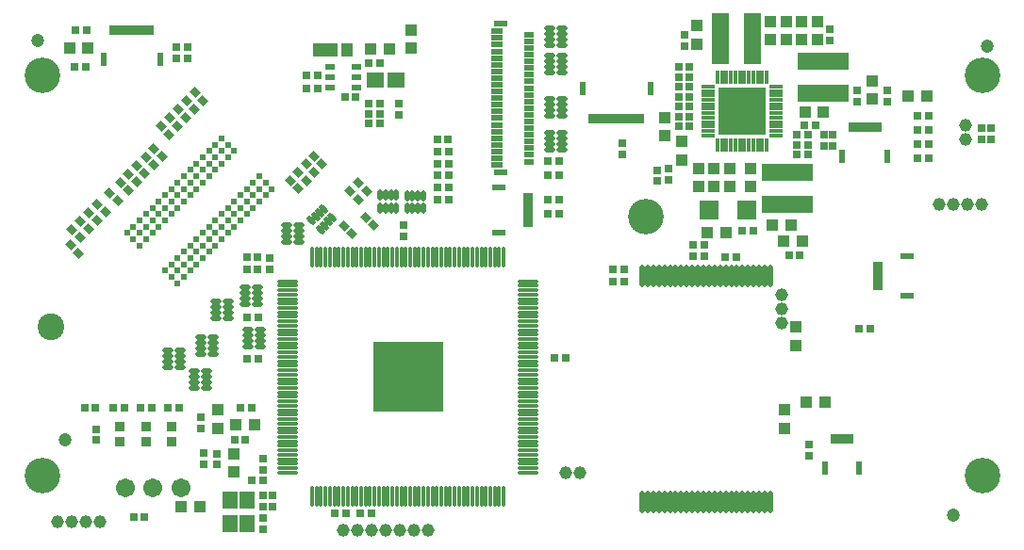
<source format=gts>
G04 Layer_Color=8388736*
%FSLAX25Y25*%
%MOIN*%
G70*
G01*
G75*
%ADD116C,0.09449*%
%ADD117O,0.03900X0.02000*%
%ADD118O,0.02000X0.03900*%
G04:AMPARAMS|DCode=119|XSize=39mil|YSize=20mil|CornerRadius=0mil|HoleSize=0mil|Usage=FLASHONLY|Rotation=315.000|XOffset=0mil|YOffset=0mil|HoleType=Round|Shape=Round|*
%AMOVALD119*
21,1,0.01900,0.02000,0.00000,0.00000,315.0*
1,1,0.02000,-0.00672,0.00672*
1,1,0.02000,0.00672,-0.00672*
%
%ADD119OVALD119*%

%ADD120R,0.05918X0.18123*%
%ADD121R,0.04343X0.04343*%
%ADD122C,0.04737*%
%ADD123R,0.02769X0.03162*%
%ADD124R,0.18123X0.05918*%
%ADD125R,0.04343X0.04343*%
%ADD126R,0.03162X0.02769*%
G04:AMPARAMS|DCode=127|XSize=27.69mil|YSize=31.62mil|CornerRadius=0mil|HoleSize=0mil|Usage=FLASHONLY|Rotation=45.000|XOffset=0mil|YOffset=0mil|HoleType=Round|Shape=Rectangle|*
%AMROTATEDRECTD127*
4,1,4,0.00139,-0.02097,-0.02097,0.00139,-0.00139,0.02097,0.02097,-0.00139,0.00139,-0.02097,0.0*
%
%ADD127ROTATEDRECTD127*%

%ADD128R,0.01981X0.04737*%
%ADD129R,0.01981X0.03556*%
%ADD130R,0.03800X0.03800*%
%ADD131R,0.05918X0.05721*%
%ADD132R,0.04737X0.01981*%
%ADD133R,0.03556X0.01981*%
%ADD134R,0.03950X0.01981*%
%ADD135R,0.03359X0.01981*%
%ADD136R,0.04540X0.02375*%
%ADD137O,0.07296X0.01587*%
%ADD138O,0.01587X0.07296*%
%ADD139R,0.03556X0.02375*%
%ADD140C,0.02375*%
%ADD141O,0.01883X0.07800*%
%ADD142R,0.05524X0.06312*%
%ADD143R,0.06784X0.07099*%
%ADD144O,0.01587X0.04737*%
%ADD145O,0.04737X0.01587*%
%ADD146R,0.03950X0.05131*%
%ADD147R,0.08674X0.05131*%
%ADD148C,0.05524*%
%ADD149R,0.02965X0.02572*%
%ADD150C,0.12611*%
%ADD151C,0.04540*%
G04:AMPARAMS|DCode=152|XSize=244.22mil|YSize=244.22mil|CornerRadius=0mil|HoleSize=0mil|Usage=FLASHONLY|Rotation=0.000|XOffset=0mil|YOffset=0mil|HoleType=Round|Shape=RoundedRectangle|*
%AMROUNDEDRECTD152*
21,1,0.24422,0.24422,0,0,0.0*
21,1,0.24422,0.24422,0,0,0.0*
1,1,0.00000,0.12211,-0.12211*
1,1,0.00000,-0.12211,-0.12211*
1,1,0.00000,-0.12211,0.12211*
1,1,0.00000,0.12211,0.12211*
%
%ADD152ROUNDEDRECTD152*%
%ADD153C,0.06706*%
%ADD154R,0.16548X0.16548*%
D116*
X10000Y-108315D02*
D03*
D117*
X93536Y-72300D02*
D03*
Y-74269D02*
D03*
Y-76237D02*
D03*
Y-78206D02*
D03*
X97984D02*
D03*
Y-76237D02*
D03*
Y-74269D02*
D03*
Y-72300D02*
D03*
X68336Y-99300D02*
D03*
Y-101269D02*
D03*
Y-103237D02*
D03*
Y-105207D02*
D03*
X72784D02*
D03*
Y-103237D02*
D03*
Y-101269D02*
D03*
Y-99300D02*
D03*
X84293Y-109289D02*
D03*
Y-111258D02*
D03*
Y-113225D02*
D03*
Y-115194D02*
D03*
X79845D02*
D03*
Y-113225D02*
D03*
Y-111258D02*
D03*
Y-109289D02*
D03*
X63199Y-111843D02*
D03*
Y-113812D02*
D03*
Y-115779D02*
D03*
Y-117748D02*
D03*
X67647D02*
D03*
Y-115779D02*
D03*
Y-113812D02*
D03*
Y-111843D02*
D03*
X55984Y-116700D02*
D03*
Y-118669D02*
D03*
Y-120638D02*
D03*
Y-122607D02*
D03*
X51536D02*
D03*
Y-120638D02*
D03*
Y-118669D02*
D03*
Y-116700D02*
D03*
X60736Y-124001D02*
D03*
Y-125970D02*
D03*
Y-127937D02*
D03*
Y-129906D02*
D03*
X65184D02*
D03*
Y-127937D02*
D03*
Y-125970D02*
D03*
Y-124001D02*
D03*
X186512Y-18116D02*
D03*
Y-16147D02*
D03*
Y-14179D02*
D03*
Y-12210D02*
D03*
X190960D02*
D03*
Y-14179D02*
D03*
Y-16147D02*
D03*
Y-18116D02*
D03*
X83284Y-94200D02*
D03*
Y-96170D02*
D03*
Y-98137D02*
D03*
Y-100107D02*
D03*
X78836D02*
D03*
Y-98137D02*
D03*
Y-96170D02*
D03*
Y-94200D02*
D03*
X190960Y-8516D02*
D03*
Y-6547D02*
D03*
Y-4579D02*
D03*
Y-2610D02*
D03*
X186512D02*
D03*
Y-4579D02*
D03*
Y-6547D02*
D03*
Y-8516D02*
D03*
Y-33416D02*
D03*
Y-31447D02*
D03*
Y-29479D02*
D03*
Y-27510D02*
D03*
X190960D02*
D03*
Y-29479D02*
D03*
Y-31447D02*
D03*
Y-33416D02*
D03*
Y-45616D02*
D03*
Y-43647D02*
D03*
Y-41679D02*
D03*
Y-39710D02*
D03*
X186512D02*
D03*
Y-41679D02*
D03*
Y-43647D02*
D03*
Y-45616D02*
D03*
D118*
X141912Y-61932D02*
D03*
X139943D02*
D03*
X137975D02*
D03*
X136006D02*
D03*
Y-66379D02*
D03*
X137975D02*
D03*
X139943D02*
D03*
X141912D02*
D03*
X132311Y-66079D02*
D03*
X130342D02*
D03*
X128374D02*
D03*
X126405D02*
D03*
Y-61630D02*
D03*
X128374D02*
D03*
X130342D02*
D03*
X132311D02*
D03*
D119*
X106475Y-66493D02*
D03*
X105083Y-67886D02*
D03*
X103691Y-69277D02*
D03*
X102299Y-70670D02*
D03*
X105444Y-73815D02*
D03*
X106836Y-72423D02*
D03*
X108228Y-71031D02*
D03*
X109620Y-69639D02*
D03*
D120*
X258209Y-6315D02*
D03*
X246791D02*
D03*
D121*
X269500Y-137565D02*
D03*
Y-144065D02*
D03*
X273457Y-114722D02*
D03*
Y-108222D02*
D03*
X137500Y-3065D02*
D03*
Y-9565D02*
D03*
X300500Y-27565D02*
D03*
Y-21065D02*
D03*
X69037Y-137713D02*
D03*
Y-144213D02*
D03*
X257500Y-52065D02*
D03*
Y-58565D02*
D03*
X74737Y-153213D02*
D03*
Y-159713D02*
D03*
X239000Y-58565D02*
D03*
Y-52065D02*
D03*
X233000Y-42565D02*
D03*
Y-49065D02*
D03*
X227000Y-40565D02*
D03*
Y-34065D02*
D03*
X264500Y-65D02*
D03*
Y-6565D02*
D03*
X270000D02*
D03*
Y-65D02*
D03*
X250000Y-52065D02*
D03*
Y-58565D02*
D03*
X238500Y-8065D02*
D03*
Y-1565D02*
D03*
X244500Y-58565D02*
D03*
Y-52065D02*
D03*
X275500Y-65D02*
D03*
Y-6565D02*
D03*
X281000D02*
D03*
Y-65D02*
D03*
D122*
X341000Y-8815D02*
D03*
X329000Y-174815D02*
D03*
X15000Y-148315D02*
D03*
X5500Y-6815D02*
D03*
D123*
X133000Y-29346D02*
D03*
Y-33283D02*
D03*
X283500Y-40346D02*
D03*
Y-44284D02*
D03*
X286500D02*
D03*
Y-40346D02*
D03*
X241000Y-79347D02*
D03*
Y-83284D02*
D03*
X295000Y-24453D02*
D03*
Y-28390D02*
D03*
X212000Y-47284D02*
D03*
Y-43347D02*
D03*
X63137Y-144132D02*
D03*
Y-140194D02*
D03*
X234000Y-8783D02*
D03*
Y-4846D02*
D03*
X228500Y-56283D02*
D03*
Y-52346D02*
D03*
X88500Y-167847D02*
D03*
Y-171783D02*
D03*
X87619Y-87750D02*
D03*
Y-83813D02*
D03*
X305937Y-28390D02*
D03*
Y-24453D02*
D03*
X134959Y-72285D02*
D03*
Y-76222D02*
D03*
X85000Y-179783D02*
D03*
Y-175847D02*
D03*
X85000Y-171783D02*
D03*
Y-167847D02*
D03*
X68737Y-157032D02*
D03*
Y-153094D02*
D03*
X85137Y-158932D02*
D03*
Y-154994D02*
D03*
X64137Y-156931D02*
D03*
Y-152995D02*
D03*
X285500Y-6784D02*
D03*
Y-2847D02*
D03*
X339000Y-41783D02*
D03*
Y-37846D02*
D03*
X342500Y-41783D02*
D03*
Y-37846D02*
D03*
X278000Y-149878D02*
D03*
Y-153815D02*
D03*
X237000Y-79347D02*
D03*
Y-83284D02*
D03*
D124*
X283000Y-25524D02*
D03*
Y-14106D02*
D03*
X270500Y-53606D02*
D03*
Y-65024D02*
D03*
D125*
X56250Y-171815D02*
D03*
X62750D02*
D03*
X265250Y-72315D02*
D03*
X271750D02*
D03*
X319687Y-26563D02*
D03*
X313187D02*
D03*
X269250Y-77815D02*
D03*
X275750D02*
D03*
X16687Y-9563D02*
D03*
X23187D02*
D03*
X283250Y-32315D02*
D03*
X276750D02*
D03*
X82087Y-142763D02*
D03*
X75587D02*
D03*
X129750Y-9815D02*
D03*
X123250D02*
D03*
X283707Y-134972D02*
D03*
X277207D02*
D03*
X242250Y-74815D02*
D03*
X248750D02*
D03*
D126*
X252425Y-83472D02*
D03*
X248488D02*
D03*
X22906Y-3063D02*
D03*
X18969D02*
D03*
X271031Y-82815D02*
D03*
X274969D02*
D03*
X295988Y-108972D02*
D03*
X299925D02*
D03*
X39369Y-175463D02*
D03*
X43306D02*
D03*
X316469Y-48563D02*
D03*
X320406D02*
D03*
Y-43563D02*
D03*
X316469D02*
D03*
X235968Y-37315D02*
D03*
X232031D02*
D03*
X235968Y-33815D02*
D03*
X232031D02*
D03*
X276532Y-36815D02*
D03*
X280469D02*
D03*
X58469Y-13315D02*
D03*
X54532D02*
D03*
Y-9315D02*
D03*
X58469D02*
D03*
X81169Y-162663D02*
D03*
X85106D02*
D03*
X273738Y-40315D02*
D03*
X277675D02*
D03*
Y-47315D02*
D03*
X273738D02*
D03*
X25969Y-136815D02*
D03*
X22031D02*
D03*
X316469Y-38563D02*
D03*
X320406D02*
D03*
X208869Y-87763D02*
D03*
X212806D02*
D03*
X320406Y-33563D02*
D03*
X316469D02*
D03*
X122531Y-32815D02*
D03*
X126469D02*
D03*
X122531Y-36315D02*
D03*
X126469D02*
D03*
X104469Y-23815D02*
D03*
X100531D02*
D03*
X185768Y-68363D02*
D03*
X189706D02*
D03*
X104469Y-19315D02*
D03*
X100531D02*
D03*
X189706Y-63363D02*
D03*
X185768D02*
D03*
X79351Y-87780D02*
D03*
X83288D02*
D03*
X83287Y-83479D02*
D03*
X79350D02*
D03*
X185768Y-49663D02*
D03*
X189706D02*
D03*
X185768Y-54463D02*
D03*
X189706D02*
D03*
X146683Y-42018D02*
D03*
X150620D02*
D03*
X146828Y-54558D02*
D03*
X150765D02*
D03*
X150727Y-63153D02*
D03*
X146790D02*
D03*
X78969Y-148315D02*
D03*
X75032D02*
D03*
X212806Y-92363D02*
D03*
X208869D02*
D03*
X122531Y-14815D02*
D03*
X126469D02*
D03*
X114032Y-26815D02*
D03*
X117968D02*
D03*
X22406Y-16063D02*
D03*
X18469D02*
D03*
X150727Y-58754D02*
D03*
X146790D02*
D03*
X123468Y-174315D02*
D03*
X119532D02*
D03*
X79618Y-104829D02*
D03*
X83555D02*
D03*
X83553Y-119545D02*
D03*
X79616D02*
D03*
X232031Y-30315D02*
D03*
X235968D02*
D03*
X232031Y-26815D02*
D03*
X235968D02*
D03*
X232031Y-16315D02*
D03*
X235968D02*
D03*
X192206Y-119363D02*
D03*
X188268D02*
D03*
X273738Y-43815D02*
D03*
X277675D02*
D03*
X232031Y-19815D02*
D03*
X235968D02*
D03*
X150765Y-50507D02*
D03*
X146828D02*
D03*
X146735Y-46141D02*
D03*
X150672D02*
D03*
X77069Y-136763D02*
D03*
X81006D02*
D03*
X110531Y-174314D02*
D03*
X114469D02*
D03*
X45781Y-136815D02*
D03*
X41844D02*
D03*
X32156D02*
D03*
X36093D02*
D03*
X51531D02*
D03*
X55468D02*
D03*
X258469Y-74315D02*
D03*
X254532D02*
D03*
X235968Y-23315D02*
D03*
X232031D02*
D03*
X126469Y-29315D02*
D03*
X122531D02*
D03*
D127*
X30967Y-60761D02*
D03*
X33751Y-63545D02*
D03*
X103067Y-47762D02*
D03*
X105851Y-50545D02*
D03*
X103151Y-53446D02*
D03*
X100367Y-50662D02*
D03*
X97567Y-53662D02*
D03*
X100351Y-56445D02*
D03*
X97451Y-59246D02*
D03*
X94667Y-56462D02*
D03*
X115967Y-60362D02*
D03*
X118751Y-63146D02*
D03*
X121751Y-60145D02*
D03*
X118967Y-57362D02*
D03*
X46567Y-45062D02*
D03*
X49351Y-47845D02*
D03*
X37567Y-54062D02*
D03*
X40351Y-56845D02*
D03*
X49067Y-37361D02*
D03*
X51851Y-40145D02*
D03*
X54851Y-37145D02*
D03*
X52067Y-34361D02*
D03*
X55067Y-31361D02*
D03*
X57851Y-34145D02*
D03*
X60851Y-31145D02*
D03*
X58067Y-28361D02*
D03*
X61067Y-25361D02*
D03*
X63851Y-28145D02*
D03*
X124251Y-72245D02*
D03*
X121467Y-69462D02*
D03*
X113769Y-72565D02*
D03*
X116553Y-75349D02*
D03*
X43667Y-48062D02*
D03*
X46451Y-50845D02*
D03*
X43151Y-53845D02*
D03*
X40367Y-51061D02*
D03*
X19851Y-82145D02*
D03*
X17067Y-79361D02*
D03*
X17567Y-73861D02*
D03*
X20351Y-76645D02*
D03*
X23351Y-73645D02*
D03*
X20567Y-70862D02*
D03*
X23567Y-67861D02*
D03*
X26351Y-70645D02*
D03*
X29351Y-67645D02*
D03*
X26567Y-64862D02*
D03*
X37451Y-59846D02*
D03*
X34667Y-57062D02*
D03*
D128*
X305965Y-48031D02*
D03*
X289902D02*
D03*
X295827Y-158268D02*
D03*
X283701D02*
D03*
X222008Y-24016D02*
D03*
X198071D02*
D03*
X28681Y-13504D02*
D03*
X48681D02*
D03*
D129*
X302854Y-37598D02*
D03*
X300886D02*
D03*
X298917D02*
D03*
X296949D02*
D03*
X294980D02*
D03*
X293012D02*
D03*
X292717Y-147835D02*
D03*
X290748D02*
D03*
X288779D02*
D03*
X286811D02*
D03*
X218898Y-34449D02*
D03*
X216929D02*
D03*
X214961D02*
D03*
X212992D02*
D03*
X211024D02*
D03*
X209055D02*
D03*
X207087D02*
D03*
X205118D02*
D03*
X203150Y-34449D02*
D03*
X201181Y-34449D02*
D03*
X31791Y-3071D02*
D03*
X33760D02*
D03*
X35728D02*
D03*
X37697D02*
D03*
X39665D02*
D03*
X41634D02*
D03*
X43602D02*
D03*
X45571D02*
D03*
D130*
X52937Y-148913D02*
D03*
Y-143413D02*
D03*
X34437Y-148913D02*
D03*
Y-143413D02*
D03*
X43737Y-148913D02*
D03*
Y-143413D02*
D03*
D131*
X124760Y-20815D02*
D03*
X132240D02*
D03*
D132*
X168377Y-74961D02*
D03*
Y-58898D02*
D03*
X312876Y-83110D02*
D03*
Y-97204D02*
D03*
D133*
X178810Y-71850D02*
D03*
Y-69882D02*
D03*
Y-67913D02*
D03*
Y-65945D02*
D03*
Y-63976D02*
D03*
Y-62008D02*
D03*
X302443Y-86220D02*
D03*
Y-88188D02*
D03*
Y-90157D02*
D03*
Y-92125D02*
D03*
Y-94094D02*
D03*
D134*
X167934Y-3661D02*
D03*
Y-6024D02*
D03*
Y-8386D02*
D03*
Y-10748D02*
D03*
Y-13110D02*
D03*
Y-15472D02*
D03*
Y-17835D02*
D03*
Y-20197D02*
D03*
Y-22559D02*
D03*
Y-24921D02*
D03*
Y-27283D02*
D03*
Y-29646D02*
D03*
Y-32008D02*
D03*
Y-34370D02*
D03*
Y-36732D02*
D03*
Y-39094D02*
D03*
Y-41457D02*
D03*
Y-43819D02*
D03*
Y-46181D02*
D03*
Y-48543D02*
D03*
Y-50906D02*
D03*
D135*
X179253Y-4843D02*
D03*
Y-7205D02*
D03*
Y-9567D02*
D03*
Y-11929D02*
D03*
Y-14291D02*
D03*
Y-16654D02*
D03*
Y-19016D02*
D03*
Y-21378D02*
D03*
Y-23740D02*
D03*
Y-26102D02*
D03*
Y-28465D02*
D03*
Y-30827D02*
D03*
Y-33189D02*
D03*
Y-35551D02*
D03*
Y-37913D02*
D03*
Y-40276D02*
D03*
Y-42638D02*
D03*
Y-45000D02*
D03*
Y-47362D02*
D03*
Y-49724D02*
D03*
D136*
X169017Y-905D02*
D03*
Y-53661D02*
D03*
D137*
X178780Y-92096D02*
D03*
Y-93670D02*
D03*
Y-95244D02*
D03*
Y-96820D02*
D03*
Y-98395D02*
D03*
Y-99970D02*
D03*
Y-101544D02*
D03*
Y-103119D02*
D03*
Y-104693D02*
D03*
Y-106269D02*
D03*
Y-107843D02*
D03*
Y-109418D02*
D03*
Y-110993D02*
D03*
Y-112567D02*
D03*
Y-114143D02*
D03*
Y-115717D02*
D03*
Y-117292D02*
D03*
Y-118867D02*
D03*
Y-120441D02*
D03*
Y-122017D02*
D03*
Y-123591D02*
D03*
Y-125166D02*
D03*
Y-126741D02*
D03*
Y-128315D02*
D03*
Y-129891D02*
D03*
Y-131465D02*
D03*
Y-133040D02*
D03*
Y-134615D02*
D03*
Y-136189D02*
D03*
Y-137765D02*
D03*
Y-139339D02*
D03*
Y-140914D02*
D03*
Y-142489D02*
D03*
Y-144063D02*
D03*
Y-145639D02*
D03*
Y-147213D02*
D03*
Y-148788D02*
D03*
Y-150363D02*
D03*
Y-151937D02*
D03*
Y-153513D02*
D03*
Y-155087D02*
D03*
Y-156662D02*
D03*
Y-158237D02*
D03*
Y-159811D02*
D03*
X93938D02*
D03*
Y-158237D02*
D03*
Y-156662D02*
D03*
Y-155087D02*
D03*
Y-153513D02*
D03*
Y-151937D02*
D03*
Y-150363D02*
D03*
Y-148788D02*
D03*
Y-147213D02*
D03*
Y-145639D02*
D03*
Y-144063D02*
D03*
Y-142489D02*
D03*
Y-140914D02*
D03*
Y-139339D02*
D03*
Y-137765D02*
D03*
Y-136189D02*
D03*
Y-134615D02*
D03*
Y-133040D02*
D03*
Y-131465D02*
D03*
Y-129891D02*
D03*
Y-128315D02*
D03*
Y-126741D02*
D03*
Y-125166D02*
D03*
Y-123591D02*
D03*
Y-122017D02*
D03*
Y-120441D02*
D03*
Y-118867D02*
D03*
Y-117292D02*
D03*
Y-115717D02*
D03*
Y-114143D02*
D03*
Y-112567D02*
D03*
Y-110993D02*
D03*
Y-109418D02*
D03*
Y-107843D02*
D03*
Y-106269D02*
D03*
Y-104693D02*
D03*
Y-103119D02*
D03*
Y-101544D02*
D03*
Y-99970D02*
D03*
Y-98395D02*
D03*
Y-96820D02*
D03*
Y-95244D02*
D03*
Y-93670D02*
D03*
Y-92096D02*
D03*
D138*
X170217Y-168375D02*
D03*
X168642D02*
D03*
X167068D02*
D03*
X165493D02*
D03*
X163918D02*
D03*
X162343D02*
D03*
X160768D02*
D03*
X159194D02*
D03*
X157619D02*
D03*
X156044D02*
D03*
X154469D02*
D03*
X152894D02*
D03*
X151320D02*
D03*
X149745D02*
D03*
X148170D02*
D03*
X146595D02*
D03*
X145020D02*
D03*
X143446D02*
D03*
X141871D02*
D03*
X140296D02*
D03*
X138721D02*
D03*
X137146D02*
D03*
X135572D02*
D03*
X133997D02*
D03*
X132422D02*
D03*
X130847D02*
D03*
X129272D02*
D03*
X127698D02*
D03*
X126123D02*
D03*
X124548D02*
D03*
X122973D02*
D03*
X121398D02*
D03*
X119824D02*
D03*
X118249D02*
D03*
X116674D02*
D03*
X115099D02*
D03*
X113524D02*
D03*
X111950D02*
D03*
X110375D02*
D03*
X108800D02*
D03*
X107225D02*
D03*
X105650D02*
D03*
X104076D02*
D03*
X102501D02*
D03*
Y-83533D02*
D03*
X104076D02*
D03*
X105650D02*
D03*
X107225D02*
D03*
X108800D02*
D03*
X110375D02*
D03*
X111950D02*
D03*
X113524D02*
D03*
X115099D02*
D03*
X116674D02*
D03*
X118249D02*
D03*
X119824D02*
D03*
X121398D02*
D03*
X122973D02*
D03*
X124548D02*
D03*
X126123D02*
D03*
X127698D02*
D03*
X129272D02*
D03*
X130847D02*
D03*
X132422D02*
D03*
X133997D02*
D03*
X135572D02*
D03*
X137146D02*
D03*
X138721D02*
D03*
X140296D02*
D03*
X141871D02*
D03*
X143446D02*
D03*
X145020D02*
D03*
X146595D02*
D03*
X148170D02*
D03*
X149745D02*
D03*
X151320D02*
D03*
X152894D02*
D03*
X154469D02*
D03*
X156044D02*
D03*
X157619D02*
D03*
X159194D02*
D03*
X160768D02*
D03*
X162343D02*
D03*
X163918D02*
D03*
X165493D02*
D03*
X167068D02*
D03*
X168642D02*
D03*
X170217D02*
D03*
D139*
X118028Y-16075D02*
D03*
Y-19815D02*
D03*
Y-23555D02*
D03*
X108972D02*
D03*
Y-19815D02*
D03*
Y-16075D02*
D03*
D140*
X54901Y-92801D02*
D03*
X52674Y-90575D02*
D03*
X50447Y-88348D02*
D03*
X41539Y-79440D02*
D03*
X39311Y-77213D02*
D03*
X37085Y-74985D02*
D03*
X57128Y-90575D02*
D03*
X54902Y-88348D02*
D03*
X52674Y-86120D02*
D03*
X43766Y-77213D02*
D03*
X41539Y-74985D02*
D03*
X39312Y-72759D02*
D03*
X59355Y-88348D02*
D03*
X57128Y-86121D02*
D03*
X54901Y-83894D02*
D03*
X45993Y-74985D02*
D03*
X43765Y-72759D02*
D03*
X41539Y-70531D02*
D03*
X61582Y-86120D02*
D03*
X59356Y-83894D02*
D03*
X57128Y-81666D02*
D03*
X48220Y-72759D02*
D03*
X45993Y-70530D02*
D03*
X43766Y-68305D02*
D03*
X63809Y-83894D02*
D03*
X61582Y-81668D02*
D03*
X59355Y-79440D02*
D03*
X50447Y-70531D02*
D03*
X48219Y-68305D02*
D03*
X45993Y-66078D02*
D03*
X66036Y-81666D02*
D03*
X63810Y-79440D02*
D03*
X61582Y-77213D02*
D03*
X52674Y-68305D02*
D03*
X50447Y-66076D02*
D03*
X48220Y-63850D02*
D03*
X68264Y-79440D02*
D03*
X66037Y-77213D02*
D03*
X63810Y-74985D02*
D03*
X54902Y-66076D02*
D03*
X52674Y-63850D02*
D03*
X50447Y-61623D02*
D03*
X70490Y-77213D02*
D03*
X68264Y-74985D02*
D03*
X66036Y-72759D02*
D03*
X57128Y-63850D02*
D03*
X54901Y-61623D02*
D03*
X52674Y-59396D02*
D03*
X72718Y-74985D02*
D03*
X70491Y-72759D02*
D03*
X68264Y-70530D02*
D03*
X59356Y-61623D02*
D03*
X57128Y-59395D02*
D03*
X54902Y-57169D02*
D03*
X74945Y-72759D02*
D03*
X72718Y-70531D02*
D03*
X70490Y-68305D02*
D03*
X61582Y-59396D02*
D03*
X59355Y-57169D02*
D03*
X57128Y-54941D02*
D03*
X77172Y-70530D02*
D03*
X74945Y-68305D02*
D03*
X72718Y-66076D02*
D03*
X63810Y-57169D02*
D03*
X61582Y-54941D02*
D03*
X59356Y-52715D02*
D03*
X79399Y-68304D02*
D03*
X77173Y-66076D02*
D03*
X74945Y-63850D02*
D03*
X66037Y-54941D02*
D03*
X63810Y-52714D02*
D03*
X61583Y-50488D02*
D03*
X81626Y-66076D02*
D03*
X79399Y-63850D02*
D03*
X77172Y-61623D02*
D03*
X68264Y-52715D02*
D03*
X66036Y-50488D02*
D03*
X63810Y-48261D02*
D03*
X83853Y-63850D02*
D03*
X81627Y-61623D02*
D03*
X79399Y-59395D02*
D03*
X70491Y-50488D02*
D03*
X68264Y-48259D02*
D03*
X66037Y-46033D02*
D03*
X86080Y-61623D02*
D03*
X83853Y-59396D02*
D03*
X81626Y-57169D02*
D03*
X72718Y-48261D02*
D03*
X70490Y-46033D02*
D03*
X68264Y-43806D02*
D03*
X88307Y-59395D02*
D03*
X86081Y-57169D02*
D03*
X83853Y-54941D02*
D03*
X74945Y-46033D02*
D03*
X72718Y-43806D02*
D03*
X70491Y-41579D02*
D03*
D141*
X264437Y-170378D02*
D03*
X262469D02*
D03*
X260500D02*
D03*
X258531D02*
D03*
X256563D02*
D03*
X254594D02*
D03*
X252626D02*
D03*
X250658D02*
D03*
X248689D02*
D03*
X246721D02*
D03*
X244752D02*
D03*
X242783D02*
D03*
X240815D02*
D03*
X238846D02*
D03*
X236878D02*
D03*
X234910D02*
D03*
X232941D02*
D03*
X230972D02*
D03*
X229004D02*
D03*
X227035D02*
D03*
X225067D02*
D03*
X223098D02*
D03*
X221130D02*
D03*
X219161D02*
D03*
Y-90063D02*
D03*
X221130D02*
D03*
X223098D02*
D03*
X225067D02*
D03*
X227035D02*
D03*
X229004D02*
D03*
X230972D02*
D03*
X232941D02*
D03*
X234910D02*
D03*
X236878D02*
D03*
X238846D02*
D03*
X240815D02*
D03*
X242783D02*
D03*
X244752D02*
D03*
X246721D02*
D03*
X248689D02*
D03*
X250658D02*
D03*
X252626D02*
D03*
X254594D02*
D03*
X256563D02*
D03*
X258531D02*
D03*
X260500D02*
D03*
X262469D02*
D03*
X264437D02*
D03*
D142*
X73594Y-177815D02*
D03*
Y-169547D02*
D03*
X79500D02*
D03*
Y-177815D02*
D03*
D143*
X242768Y-66815D02*
D03*
X256232Y-66815D02*
D03*
D144*
X263161Y-43823D02*
D03*
X261587D02*
D03*
X260012D02*
D03*
X258437D02*
D03*
X256862D02*
D03*
X255287D02*
D03*
X253713D02*
D03*
X252138D02*
D03*
X250563D02*
D03*
X248988D02*
D03*
X247413D02*
D03*
X245839D02*
D03*
Y-19807D02*
D03*
X247413D02*
D03*
X248988D02*
D03*
X250563D02*
D03*
X252138D02*
D03*
X253713D02*
D03*
X255287D02*
D03*
X256862D02*
D03*
X258437D02*
D03*
X260012D02*
D03*
X261587D02*
D03*
X263161D02*
D03*
D145*
X242492Y-40476D02*
D03*
Y-38902D02*
D03*
Y-37327D02*
D03*
Y-35752D02*
D03*
Y-34177D02*
D03*
Y-32602D02*
D03*
Y-31028D02*
D03*
Y-29453D02*
D03*
Y-27878D02*
D03*
Y-26303D02*
D03*
Y-24728D02*
D03*
Y-23154D02*
D03*
X266508D02*
D03*
Y-24728D02*
D03*
Y-26303D02*
D03*
Y-27878D02*
D03*
Y-29453D02*
D03*
Y-31028D02*
D03*
Y-32602D02*
D03*
Y-34177D02*
D03*
Y-35752D02*
D03*
Y-37327D02*
D03*
Y-38902D02*
D03*
Y-40476D02*
D03*
D146*
X114740Y-10315D02*
D03*
D147*
X107260D02*
D03*
D148*
X10000Y-108315D02*
D03*
D149*
X224500Y-56685D02*
D03*
X224500Y-52945D02*
D03*
X26000Y-148185D02*
D03*
X26000Y-144445D02*
D03*
D150*
X220472Y-69291D02*
D03*
X339370Y-19291D02*
D03*
Y-161024D02*
D03*
X7087D02*
D03*
X7087Y-19291D02*
D03*
D151*
X324000Y-64815D02*
D03*
X329000D02*
D03*
X334000D02*
D03*
X339000D02*
D03*
X333500Y-41815D02*
D03*
Y-36815D02*
D03*
X27500Y-177315D02*
D03*
X22500D02*
D03*
X17500D02*
D03*
X12500D02*
D03*
X197037Y-159763D02*
D03*
X192037D02*
D03*
X113500Y-180315D02*
D03*
X118500D02*
D03*
X123500D02*
D03*
X128500D02*
D03*
X133500D02*
D03*
X138500D02*
D03*
X143500D02*
D03*
X268457Y-96972D02*
D03*
Y-101972D02*
D03*
Y-106972D02*
D03*
D152*
X136359Y-125953D02*
D03*
D153*
X56080Y-165263D02*
D03*
X46237D02*
D03*
X36395D02*
D03*
D154*
X254500Y-31815D02*
D03*
M02*

</source>
